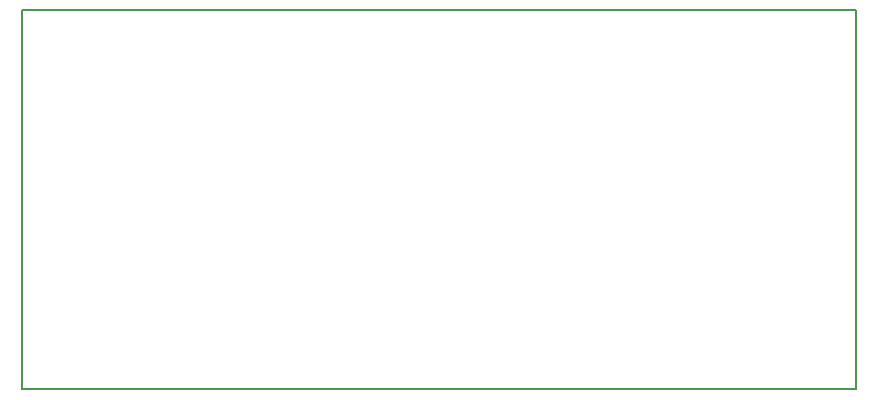
<source format=gbo>
G04 MADE WITH FRITZING*
G04 WWW.FRITZING.ORG*
G04 DOUBLE SIDED*
G04 HOLES PLATED*
G04 CONTOUR ON CENTER OF CONTOUR VECTOR*
%ASAXBY*%
%FSLAX23Y23*%
%MOIN*%
%OFA0B0*%
%SFA1.0B1.0*%
%ADD10R,2.788170X1.271580X2.772170X1.255580*%
%ADD11C,0.008000*%
%LNSILK0*%
G90*
G70*
G54D11*
X4Y1268D02*
X2784Y1268D01*
X2784Y4D01*
X4Y4D01*
X4Y1268D01*
D02*
G04 End of Silk0*
M02*
</source>
